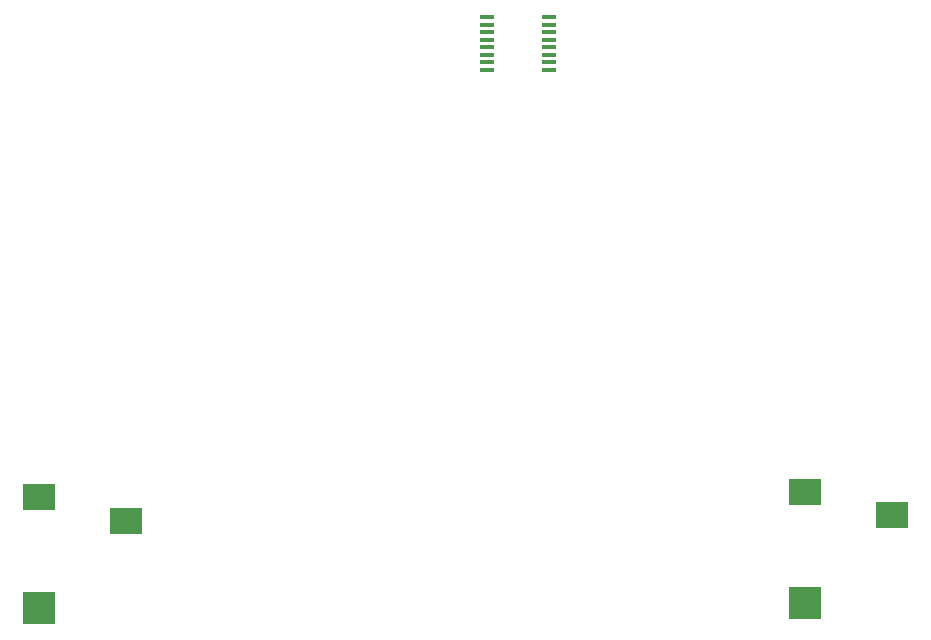
<source format=gbr>
%TF.GenerationSoftware,KiCad,Pcbnew,8.0.4*%
%TF.CreationDate,2024-11-30T00:07:58+09:00*%
%TF.ProjectId,radio_I2C,72616469-6f5f-4493-9243-2e6b69636164,rev?*%
%TF.SameCoordinates,Original*%
%TF.FileFunction,Paste,Top*%
%TF.FilePolarity,Positive*%
%FSLAX46Y46*%
G04 Gerber Fmt 4.6, Leading zero omitted, Abs format (unit mm)*
G04 Created by KiCad (PCBNEW 8.0.4) date 2024-11-30 00:07:58*
%MOMM*%
%LPD*%
G01*
G04 APERTURE LIST*
%ADD10R,2.800000X2.200000*%
%ADD11R,2.800000X2.800000*%
%ADD12R,1.200000X0.400000*%
G04 APERTURE END LIST*
D10*
%TO.C,J2*%
X186580000Y-120900000D03*
X179180000Y-118900000D03*
D11*
X179180000Y-128300000D03*
%TD*%
D12*
%TO.C,KT1*%
X152280000Y-78740000D03*
X152280000Y-79375000D03*
X152280000Y-80010000D03*
X152280000Y-80645000D03*
X152280000Y-81280000D03*
X152280000Y-81915000D03*
X152280000Y-82550000D03*
X152280000Y-83185000D03*
X157480000Y-83185000D03*
X157480000Y-82550000D03*
X157480000Y-81915000D03*
X157480000Y-81280000D03*
X157480000Y-80645000D03*
X157480000Y-80010000D03*
X157480000Y-79375000D03*
X157480000Y-78740000D03*
%TD*%
D10*
%TO.C,J3*%
X121700000Y-121380000D03*
X114300000Y-119380000D03*
D11*
X114300000Y-128780000D03*
%TD*%
M02*

</source>
